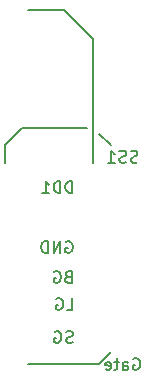
<source format=gbr>
G04 #@! TF.GenerationSoftware,KiCad,Pcbnew,(5.0.0-3-g5ebb6b6)*
G04 #@! TF.CreationDate,2020-07-14T15:02:59-04:00*
G04 #@! TF.ProjectId,Project,50726F6A6563742E6B696361645F7063,rev?*
G04 #@! TF.SameCoordinates,Original*
G04 #@! TF.FileFunction,Legend,Bot*
G04 #@! TF.FilePolarity,Positive*
%FSLAX46Y46*%
G04 Gerber Fmt 4.6, Leading zero omitted, Abs format (unit mm)*
G04 Created by KiCad (PCBNEW (5.0.0-3-g5ebb6b6)) date Tuesday, July 14, 2020 at 03:02:59 PM*
%MOMM*%
%LPD*%
G01*
G04 APERTURE LIST*
%ADD10C,0.150000*%
%ADD11C,0.200000*%
G04 APERTURE END LIST*
D10*
X98264023Y-113180761D02*
X98121166Y-113228380D01*
X97883071Y-113228380D01*
X97787833Y-113180761D01*
X97740214Y-113133142D01*
X97692595Y-113037904D01*
X97692595Y-112942666D01*
X97740214Y-112847428D01*
X97787833Y-112799809D01*
X97883071Y-112752190D01*
X98073547Y-112704571D01*
X98168785Y-112656952D01*
X98216404Y-112609333D01*
X98264023Y-112514095D01*
X98264023Y-112418857D01*
X98216404Y-112323619D01*
X98168785Y-112276000D01*
X98073547Y-112228380D01*
X97835452Y-112228380D01*
X97692595Y-112276000D01*
X96740214Y-112276000D02*
X96835452Y-112228380D01*
X96978309Y-112228380D01*
X97121166Y-112276000D01*
X97216404Y-112371238D01*
X97264023Y-112466476D01*
X97311642Y-112656952D01*
X97311642Y-112799809D01*
X97264023Y-112990285D01*
X97216404Y-113085523D01*
X97121166Y-113180761D01*
X96978309Y-113228380D01*
X96883071Y-113228380D01*
X96740214Y-113180761D01*
X96692595Y-113133142D01*
X96692595Y-112799809D01*
X96883071Y-112799809D01*
D11*
X99000000Y-95000000D02*
X99500000Y-95000000D01*
X101500000Y-96500000D02*
X100500000Y-95500000D01*
X94000000Y-95000000D02*
X99000000Y-95000000D01*
D10*
X103404761Y-114562000D02*
X103500000Y-114514380D01*
X103642857Y-114514380D01*
X103785714Y-114562000D01*
X103880952Y-114657238D01*
X103928571Y-114752476D01*
X103976190Y-114942952D01*
X103976190Y-115085809D01*
X103928571Y-115276285D01*
X103880952Y-115371523D01*
X103785714Y-115466761D01*
X103642857Y-115514380D01*
X103547619Y-115514380D01*
X103404761Y-115466761D01*
X103357142Y-115419142D01*
X103357142Y-115085809D01*
X103547619Y-115085809D01*
X102500000Y-115514380D02*
X102500000Y-114990571D01*
X102547619Y-114895333D01*
X102642857Y-114847714D01*
X102833333Y-114847714D01*
X102928571Y-114895333D01*
X102500000Y-115466761D02*
X102595238Y-115514380D01*
X102833333Y-115514380D01*
X102928571Y-115466761D01*
X102976190Y-115371523D01*
X102976190Y-115276285D01*
X102928571Y-115181047D01*
X102833333Y-115133428D01*
X102595238Y-115133428D01*
X102500000Y-115085809D01*
X102166666Y-114847714D02*
X101785714Y-114847714D01*
X102023809Y-114514380D02*
X102023809Y-115371523D01*
X101976190Y-115466761D01*
X101880952Y-115514380D01*
X101785714Y-115514380D01*
X101071428Y-115466761D02*
X101166666Y-115514380D01*
X101357142Y-115514380D01*
X101452380Y-115466761D01*
X101500000Y-115371523D01*
X101500000Y-114990571D01*
X101452380Y-114895333D01*
X101357142Y-114847714D01*
X101166666Y-114847714D01*
X101071428Y-114895333D01*
X101023809Y-114990571D01*
X101023809Y-115085809D01*
X101500000Y-115181047D01*
X103738095Y-97904761D02*
X103595238Y-97952380D01*
X103357142Y-97952380D01*
X103261904Y-97904761D01*
X103214285Y-97857142D01*
X103166666Y-97761904D01*
X103166666Y-97666666D01*
X103214285Y-97571428D01*
X103261904Y-97523809D01*
X103357142Y-97476190D01*
X103547619Y-97428571D01*
X103642857Y-97380952D01*
X103690476Y-97333333D01*
X103738095Y-97238095D01*
X103738095Y-97142857D01*
X103690476Y-97047619D01*
X103642857Y-97000000D01*
X103547619Y-96952380D01*
X103309523Y-96952380D01*
X103166666Y-97000000D01*
X102785714Y-97904761D02*
X102642857Y-97952380D01*
X102404761Y-97952380D01*
X102309523Y-97904761D01*
X102261904Y-97857142D01*
X102214285Y-97761904D01*
X102214285Y-97666666D01*
X102261904Y-97571428D01*
X102309523Y-97523809D01*
X102404761Y-97476190D01*
X102595238Y-97428571D01*
X102690476Y-97380952D01*
X102738095Y-97333333D01*
X102785714Y-97238095D01*
X102785714Y-97142857D01*
X102738095Y-97047619D01*
X102690476Y-97000000D01*
X102595238Y-96952380D01*
X102357142Y-96952380D01*
X102214285Y-97000000D01*
X101261904Y-97952380D02*
X101833333Y-97952380D01*
X101547619Y-97952380D02*
X101547619Y-96952380D01*
X101642857Y-97095238D01*
X101738095Y-97190476D01*
X101833333Y-97238095D01*
X98216404Y-100528380D02*
X98216404Y-99528380D01*
X97978309Y-99528380D01*
X97835452Y-99576000D01*
X97740214Y-99671238D01*
X97692595Y-99766476D01*
X97644976Y-99956952D01*
X97644976Y-100099809D01*
X97692595Y-100290285D01*
X97740214Y-100385523D01*
X97835452Y-100480761D01*
X97978309Y-100528380D01*
X98216404Y-100528380D01*
X97216404Y-100528380D02*
X97216404Y-99528380D01*
X96978309Y-99528380D01*
X96835452Y-99576000D01*
X96740214Y-99671238D01*
X96692595Y-99766476D01*
X96644976Y-99956952D01*
X96644976Y-100099809D01*
X96692595Y-100290285D01*
X96740214Y-100385523D01*
X96835452Y-100480761D01*
X96978309Y-100528380D01*
X97216404Y-100528380D01*
X95692595Y-100528380D02*
X96264023Y-100528380D01*
X95978309Y-100528380D02*
X95978309Y-99528380D01*
X96073547Y-99671238D01*
X96168785Y-99766476D01*
X96264023Y-99814095D01*
X97740214Y-110434380D02*
X98216404Y-110434380D01*
X98216404Y-109434380D01*
X96883071Y-109482000D02*
X96978309Y-109434380D01*
X97121166Y-109434380D01*
X97264023Y-109482000D01*
X97359261Y-109577238D01*
X97406880Y-109672476D01*
X97454500Y-109862952D01*
X97454500Y-110005809D01*
X97406880Y-110196285D01*
X97359261Y-110291523D01*
X97264023Y-110386761D01*
X97121166Y-110434380D01*
X97025928Y-110434380D01*
X96883071Y-110386761D01*
X96835452Y-110339142D01*
X96835452Y-110005809D01*
X97025928Y-110005809D01*
X97883071Y-107624571D02*
X97740214Y-107672190D01*
X97692595Y-107719809D01*
X97644976Y-107815047D01*
X97644976Y-107957904D01*
X97692595Y-108053142D01*
X97740214Y-108100761D01*
X97835452Y-108148380D01*
X98216404Y-108148380D01*
X98216404Y-107148380D01*
X97883071Y-107148380D01*
X97787833Y-107196000D01*
X97740214Y-107243619D01*
X97692595Y-107338857D01*
X97692595Y-107434095D01*
X97740214Y-107529333D01*
X97787833Y-107576952D01*
X97883071Y-107624571D01*
X98216404Y-107624571D01*
X96692595Y-107196000D02*
X96787833Y-107148380D01*
X96930690Y-107148380D01*
X97073547Y-107196000D01*
X97168785Y-107291238D01*
X97216404Y-107386476D01*
X97264023Y-107576952D01*
X97264023Y-107719809D01*
X97216404Y-107910285D01*
X97168785Y-108005523D01*
X97073547Y-108100761D01*
X96930690Y-108148380D01*
X96835452Y-108148380D01*
X96692595Y-108100761D01*
X96644976Y-108053142D01*
X96644976Y-107719809D01*
X96835452Y-107719809D01*
X97692595Y-104656000D02*
X97787833Y-104608380D01*
X97930690Y-104608380D01*
X98073547Y-104656000D01*
X98168785Y-104751238D01*
X98216404Y-104846476D01*
X98264023Y-105036952D01*
X98264023Y-105179809D01*
X98216404Y-105370285D01*
X98168785Y-105465523D01*
X98073547Y-105560761D01*
X97930690Y-105608380D01*
X97835452Y-105608380D01*
X97692595Y-105560761D01*
X97644976Y-105513142D01*
X97644976Y-105179809D01*
X97835452Y-105179809D01*
X97216404Y-105608380D02*
X97216404Y-104608380D01*
X96644976Y-105608380D01*
X96644976Y-104608380D01*
X96168785Y-105608380D02*
X96168785Y-104608380D01*
X95930690Y-104608380D01*
X95787833Y-104656000D01*
X95692595Y-104751238D01*
X95644976Y-104846476D01*
X95597357Y-105036952D01*
X95597357Y-105179809D01*
X95644976Y-105370285D01*
X95692595Y-105465523D01*
X95787833Y-105560761D01*
X95930690Y-105608380D01*
X96168785Y-105608380D01*
D11*
X100500000Y-115000000D02*
X101500000Y-114000000D01*
X100000000Y-115000000D02*
X100500000Y-115000000D01*
X94500000Y-115000000D02*
X100000000Y-115000000D01*
X95000000Y-85000000D02*
X94500000Y-85000000D01*
X92500000Y-96500000D02*
X92500000Y-98000000D01*
X94000000Y-95000000D02*
X92500000Y-96500000D01*
X97500000Y-85000000D02*
X95000000Y-85000000D01*
X100000000Y-87500000D02*
X97500000Y-85000000D01*
X100000000Y-98000000D02*
X100000000Y-87500000D01*
M02*

</source>
